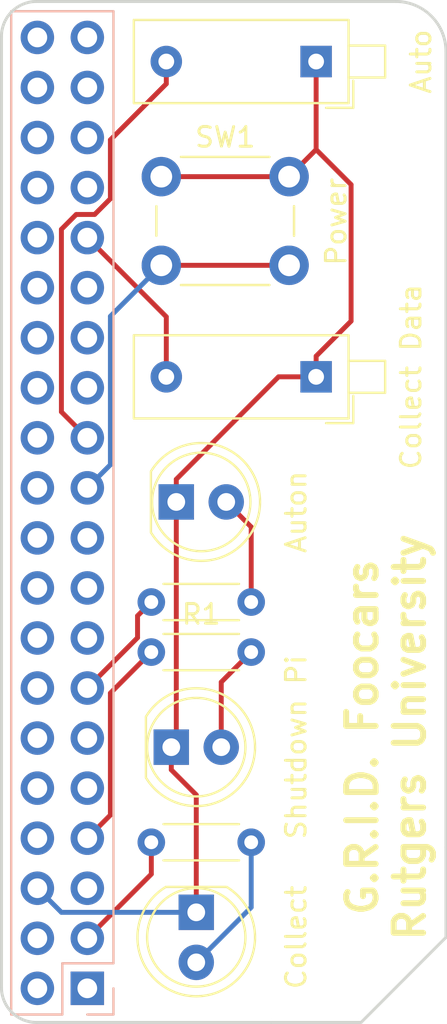
<source format=kicad_pcb>
(kicad_pcb (version 20171130) (host pcbnew "(5.0.2)-1")

  (general
    (thickness 1.6)
    (drawings 11)
    (tracks 50)
    (zones 0)
    (modules 11)
    (nets 44)
  )

  (page A4)
  (layers
    (0 F.Cu signal)
    (31 B.Cu signal)
    (32 B.Adhes user)
    (33 F.Adhes user)
    (34 B.Paste user)
    (35 F.Paste user)
    (36 B.SilkS user)
    (37 F.SilkS user)
    (38 B.Mask user)
    (39 F.Mask user)
    (40 Dwgs.User user)
    (41 Cmts.User user)
    (42 Eco1.User user)
    (43 Eco2.User user)
    (44 Edge.Cuts user)
    (45 Margin user)
    (46 B.CrtYd user)
    (47 F.CrtYd user)
    (48 B.Fab user)
    (49 F.Fab user)
  )

  (setup
    (last_trace_width 0.25)
    (trace_clearance 0.2)
    (zone_clearance 0.508)
    (zone_45_only no)
    (trace_min 0.2)
    (segment_width 0.2)
    (edge_width 0.15)
    (via_size 0.8)
    (via_drill 0.4)
    (via_min_size 0.4)
    (via_min_drill 0.3)
    (uvia_size 0.3)
    (uvia_drill 0.1)
    (uvias_allowed no)
    (uvia_min_size 0.2)
    (uvia_min_drill 0.1)
    (pcb_text_width 0.3)
    (pcb_text_size 1.5 1.5)
    (mod_edge_width 0.15)
    (mod_text_size 1 1)
    (mod_text_width 0.15)
    (pad_size 1.524 1.524)
    (pad_drill 0.762)
    (pad_to_mask_clearance 0.051)
    (solder_mask_min_width 0.25)
    (aux_axis_origin 0 0)
    (visible_elements 7FFFFFFF)
    (pcbplotparams
      (layerselection 0x010fc_ffffffff)
      (usegerberextensions false)
      (usegerberattributes false)
      (usegerberadvancedattributes false)
      (creategerberjobfile false)
      (excludeedgelayer true)
      (linewidth 0.100000)
      (plotframeref false)
      (viasonmask false)
      (mode 1)
      (useauxorigin false)
      (hpglpennumber 1)
      (hpglpenspeed 20)
      (hpglpendiameter 15.000000)
      (psnegative false)
      (psa4output false)
      (plotreference true)
      (plotvalue true)
      (plotinvisibletext false)
      (padsonsilk false)
      (subtractmaskfromsilk false)
      (outputformat 1)
      (mirror false)
      (drillshape 1)
      (scaleselection 1)
      (outputdirectory ""))
  )

  (net 0 "")
  (net 1 "Net-(D1-Pad2)")
  (net 2 "Net-(D1-Pad1)")
  (net 3 "Net-(D2-Pad2)")
  (net 4 "Net-(D3-Pad2)")
  (net 5 "Net-(J1-Pad1)")
  (net 6 "Net-(J1-Pad2)")
  (net 7 "Net-(J1-Pad3)")
  (net 8 "Net-(J1-Pad4)")
  (net 9 "Net-(J1-Pad7)")
  (net 10 "Net-(J1-Pad8)")
  (net 11 "Net-(J1-Pad9)")
  (net 12 "Net-(J1-Pad10)")
  (net 13 "Net-(J1-Pad11)")
  (net 14 "Net-(J1-Pad12)")
  (net 15 "Net-(J1-Pad13)")
  (net 16 "Net-(J1-Pad14)")
  (net 17 "Net-(J1-Pad15)")
  (net 18 "Net-(J1-Pad16)")
  (net 19 "Net-(J1-Pad17)")
  (net 20 "Net-(J1-Pad18)")
  (net 21 "Net-(J1-Pad19)")
  (net 22 "Net-(J1-Pad20)")
  (net 23 "Net-(J1-Pad21)")
  (net 24 "Net-(J1-Pad22)")
  (net 25 "Net-(J1-Pad23)")
  (net 26 "Net-(J1-Pad24)")
  (net 27 "Net-(J1-Pad25)")
  (net 28 "Net-(J1-Pad26)")
  (net 29 "Net-(J1-Pad27)")
  (net 30 "Net-(J1-Pad28)")
  (net 31 "Net-(J1-Pad29)")
  (net 32 "Net-(J1-Pad30)")
  (net 33 "Net-(J1-Pad31)")
  (net 34 "Net-(J1-Pad32)")
  (net 35 "Net-(J1-Pad33)")
  (net 36 "Net-(J1-Pad34)")
  (net 37 "Net-(J1-Pad35)")
  (net 38 "Net-(J1-Pad36)")
  (net 39 "Net-(J1-Pad37)")
  (net 40 "Net-(J1-Pad38)")
  (net 41 "Net-(J1-Pad39)")
  (net 42 "Net-(J1-Pad40)")
  (net 43 "Net-(J1-Pad5)")

  (net_class Default "This is the default net class."
    (clearance 0.2)
    (trace_width 0.25)
    (via_dia 0.8)
    (via_drill 0.4)
    (uvia_dia 0.3)
    (uvia_drill 0.1)
    (add_net "Net-(D1-Pad1)")
    (add_net "Net-(D1-Pad2)")
    (add_net "Net-(D2-Pad2)")
    (add_net "Net-(D3-Pad2)")
    (add_net "Net-(J1-Pad1)")
    (add_net "Net-(J1-Pad10)")
    (add_net "Net-(J1-Pad11)")
    (add_net "Net-(J1-Pad12)")
    (add_net "Net-(J1-Pad13)")
    (add_net "Net-(J1-Pad14)")
    (add_net "Net-(J1-Pad15)")
    (add_net "Net-(J1-Pad16)")
    (add_net "Net-(J1-Pad17)")
    (add_net "Net-(J1-Pad18)")
    (add_net "Net-(J1-Pad19)")
    (add_net "Net-(J1-Pad2)")
    (add_net "Net-(J1-Pad20)")
    (add_net "Net-(J1-Pad21)")
    (add_net "Net-(J1-Pad22)")
    (add_net "Net-(J1-Pad23)")
    (add_net "Net-(J1-Pad24)")
    (add_net "Net-(J1-Pad25)")
    (add_net "Net-(J1-Pad26)")
    (add_net "Net-(J1-Pad27)")
    (add_net "Net-(J1-Pad28)")
    (add_net "Net-(J1-Pad29)")
    (add_net "Net-(J1-Pad3)")
    (add_net "Net-(J1-Pad30)")
    (add_net "Net-(J1-Pad31)")
    (add_net "Net-(J1-Pad32)")
    (add_net "Net-(J1-Pad33)")
    (add_net "Net-(J1-Pad34)")
    (add_net "Net-(J1-Pad35)")
    (add_net "Net-(J1-Pad36)")
    (add_net "Net-(J1-Pad37)")
    (add_net "Net-(J1-Pad38)")
    (add_net "Net-(J1-Pad39)")
    (add_net "Net-(J1-Pad4)")
    (add_net "Net-(J1-Pad40)")
    (add_net "Net-(J1-Pad5)")
    (add_net "Net-(J1-Pad7)")
    (add_net "Net-(J1-Pad8)")
    (add_net "Net-(J1-Pad9)")
  )

  (module Connector_PinSocket_2.54mm:PinSocket_2x20_P2.54mm_Vertical (layer B.Cu) (tedit 5CFFC55A) (tstamp 5D0B2491)
    (at 127.555001 67.865001)
    (descr "Through hole straight socket strip, 2x20, 2.54mm pitch, double cols (from Kicad 4.0.7), script generated")
    (tags "Through hole socket strip THT 2x20 2.54mm double row")
    (path /5CFE8E03)
    (fp_text reference J1 (at -1.27 2.77) (layer B.SilkS) hide
      (effects (font (size 1 1) (thickness 0.15)) (justify mirror))
    )
    (fp_text value Conn_02x20_Odd_Even (at -1.27 -51.03) (layer B.Fab) hide
      (effects (font (size 1 1) (thickness 0.15)) (justify mirror))
    )
    (fp_line (start -3.81 1.27) (end 0.27 1.27) (layer B.Fab) (width 0.1))
    (fp_line (start 0.27 1.27) (end 1.27 0.27) (layer B.Fab) (width 0.1))
    (fp_line (start 1.27 0.27) (end 1.27 -49.53) (layer B.Fab) (width 0.1))
    (fp_line (start 1.27 -49.53) (end -3.81 -49.53) (layer B.Fab) (width 0.1))
    (fp_line (start -3.81 -49.53) (end -3.81 1.27) (layer B.Fab) (width 0.1))
    (fp_line (start -3.87 1.33) (end -1.27 1.33) (layer B.SilkS) (width 0.12))
    (fp_line (start -3.87 1.33) (end -3.87 -49.59) (layer B.SilkS) (width 0.12))
    (fp_line (start -3.87 -49.59) (end 1.33 -49.59) (layer B.SilkS) (width 0.12))
    (fp_line (start 1.33 -1.27) (end 1.33 -49.59) (layer B.SilkS) (width 0.12))
    (fp_line (start -1.27 -1.27) (end 1.33 -1.27) (layer B.SilkS) (width 0.12))
    (fp_line (start -1.27 1.33) (end -1.27 -1.27) (layer B.SilkS) (width 0.12))
    (fp_line (start 1.33 1.33) (end 1.33 0) (layer B.SilkS) (width 0.12))
    (fp_line (start 0 1.33) (end 1.33 1.33) (layer B.SilkS) (width 0.12))
    (fp_line (start -4.34 1.8) (end 1.76 1.8) (layer B.CrtYd) (width 0.05))
    (fp_line (start 1.76 1.8) (end 1.76 -50) (layer B.CrtYd) (width 0.05))
    (fp_line (start 1.76 -50) (end -4.34 -50) (layer B.CrtYd) (width 0.05))
    (fp_line (start -4.34 -50) (end -4.34 1.8) (layer B.CrtYd) (width 0.05))
    (fp_text user %R (at -1.27 -24.13 -90) (layer B.Fab)
      (effects (font (size 1 1) (thickness 0.15)) (justify mirror))
    )
    (pad 1 thru_hole rect (at 0 0) (size 1.7 1.7) (drill 1) (layers *.Cu *.Mask)
      (net 5 "Net-(J1-Pad1)"))
    (pad 2 thru_hole oval (at -2.54 0) (size 1.7 1.7) (drill 1) (layers *.Cu *.Mask)
      (net 6 "Net-(J1-Pad2)"))
    (pad 3 thru_hole oval (at 0 -2.54) (size 1.7 1.7) (drill 1) (layers *.Cu *.Mask)
      (net 7 "Net-(J1-Pad3)"))
    (pad 4 thru_hole oval (at -2.54 -2.54) (size 1.7 1.7) (drill 1) (layers *.Cu *.Mask)
      (net 8 "Net-(J1-Pad4)"))
    (pad 5 thru_hole oval (at 0 -5.08) (size 1.7 1.7) (drill 1) (layers *.Cu *.Mask)
      (net 43 "Net-(J1-Pad5)"))
    (pad 6 thru_hole oval (at -2.54 -5.08) (size 1.7 1.7) (drill 1) (layers *.Cu *.Mask)
      (net 2 "Net-(D1-Pad1)"))
    (pad 7 thru_hole oval (at 0 -7.62) (size 1.7 1.7) (drill 1) (layers *.Cu *.Mask)
      (net 9 "Net-(J1-Pad7)"))
    (pad 8 thru_hole oval (at -2.54 -7.62) (size 1.7 1.7) (drill 1) (layers *.Cu *.Mask)
      (net 10 "Net-(J1-Pad8)"))
    (pad 9 thru_hole oval (at 0 -10.16) (size 1.7 1.7) (drill 1) (layers *.Cu *.Mask)
      (net 11 "Net-(J1-Pad9)"))
    (pad 10 thru_hole oval (at -2.54 -10.16) (size 1.7 1.7) (drill 1) (layers *.Cu *.Mask)
      (net 12 "Net-(J1-Pad10)"))
    (pad 11 thru_hole oval (at 0 -12.7) (size 1.7 1.7) (drill 1) (layers *.Cu *.Mask)
      (net 13 "Net-(J1-Pad11)"))
    (pad 12 thru_hole oval (at -2.54 -12.7) (size 1.7 1.7) (drill 1) (layers *.Cu *.Mask)
      (net 14 "Net-(J1-Pad12)"))
    (pad 13 thru_hole oval (at 0 -15.24) (size 1.7 1.7) (drill 1) (layers *.Cu *.Mask)
      (net 15 "Net-(J1-Pad13)"))
    (pad 14 thru_hole oval (at -2.54 -15.24) (size 1.7 1.7) (drill 1) (layers *.Cu *.Mask)
      (net 16 "Net-(J1-Pad14)"))
    (pad 15 thru_hole oval (at 0 -17.78) (size 1.7 1.7) (drill 1) (layers *.Cu *.Mask)
      (net 17 "Net-(J1-Pad15)"))
    (pad 16 thru_hole oval (at -2.54 -17.78) (size 1.7 1.7) (drill 1) (layers *.Cu *.Mask)
      (net 18 "Net-(J1-Pad16)"))
    (pad 17 thru_hole oval (at 0 -20.32) (size 1.7 1.7) (drill 1) (layers *.Cu *.Mask)
      (net 19 "Net-(J1-Pad17)"))
    (pad 18 thru_hole oval (at -2.54 -20.32) (size 1.7 1.7) (drill 1) (layers *.Cu *.Mask)
      (net 20 "Net-(J1-Pad18)"))
    (pad 19 thru_hole oval (at 0 -22.86) (size 1.7 1.7) (drill 1) (layers *.Cu *.Mask)
      (net 21 "Net-(J1-Pad19)"))
    (pad 20 thru_hole oval (at -2.54 -22.86) (size 1.7 1.7) (drill 1) (layers *.Cu *.Mask)
      (net 22 "Net-(J1-Pad20)"))
    (pad 21 thru_hole oval (at 0 -25.4) (size 1.7 1.7) (drill 1) (layers *.Cu *.Mask)
      (net 23 "Net-(J1-Pad21)"))
    (pad 22 thru_hole oval (at -2.54 -25.4) (size 1.7 1.7) (drill 1) (layers *.Cu *.Mask)
      (net 24 "Net-(J1-Pad22)"))
    (pad 23 thru_hole oval (at 0 -27.94) (size 1.7 1.7) (drill 1) (layers *.Cu *.Mask)
      (net 25 "Net-(J1-Pad23)"))
    (pad 24 thru_hole oval (at -2.54 -27.94) (size 1.7 1.7) (drill 1) (layers *.Cu *.Mask)
      (net 26 "Net-(J1-Pad24)"))
    (pad 25 thru_hole oval (at 0 -30.48) (size 1.7 1.7) (drill 1) (layers *.Cu *.Mask)
      (net 27 "Net-(J1-Pad25)"))
    (pad 26 thru_hole oval (at -2.54 -30.48) (size 1.7 1.7) (drill 1) (layers *.Cu *.Mask)
      (net 28 "Net-(J1-Pad26)"))
    (pad 27 thru_hole oval (at 0 -33.02) (size 1.7 1.7) (drill 1) (layers *.Cu *.Mask)
      (net 29 "Net-(J1-Pad27)"))
    (pad 28 thru_hole oval (at -2.54 -33.02) (size 1.7 1.7) (drill 1) (layers *.Cu *.Mask)
      (net 30 "Net-(J1-Pad28)"))
    (pad 29 thru_hole oval (at 0 -35.56) (size 1.7 1.7) (drill 1) (layers *.Cu *.Mask)
      (net 31 "Net-(J1-Pad29)"))
    (pad 30 thru_hole oval (at -2.54 -35.56) (size 1.7 1.7) (drill 1) (layers *.Cu *.Mask)
      (net 32 "Net-(J1-Pad30)"))
    (pad 31 thru_hole oval (at 0 -38.1) (size 1.7 1.7) (drill 1) (layers *.Cu *.Mask)
      (net 33 "Net-(J1-Pad31)"))
    (pad 32 thru_hole oval (at -2.54 -38.1) (size 1.7 1.7) (drill 1) (layers *.Cu *.Mask)
      (net 34 "Net-(J1-Pad32)"))
    (pad 33 thru_hole oval (at 0 -40.64) (size 1.7 1.7) (drill 1) (layers *.Cu *.Mask)
      (net 35 "Net-(J1-Pad33)"))
    (pad 34 thru_hole oval (at -2.54 -40.64) (size 1.7 1.7) (drill 1) (layers *.Cu *.Mask)
      (net 36 "Net-(J1-Pad34)"))
    (pad 35 thru_hole oval (at 0 -43.18) (size 1.7 1.7) (drill 1) (layers *.Cu *.Mask)
      (net 37 "Net-(J1-Pad35)"))
    (pad 36 thru_hole oval (at -2.54 -43.18) (size 1.7 1.7) (drill 1) (layers *.Cu *.Mask)
      (net 38 "Net-(J1-Pad36)"))
    (pad 37 thru_hole oval (at 0 -45.72) (size 1.7 1.7) (drill 1) (layers *.Cu *.Mask)
      (net 39 "Net-(J1-Pad37)"))
    (pad 38 thru_hole oval (at -2.54 -45.72) (size 1.7 1.7) (drill 1) (layers *.Cu *.Mask)
      (net 40 "Net-(J1-Pad38)"))
    (pad 39 thru_hole oval (at 0 -48.26) (size 1.7 1.7) (drill 1) (layers *.Cu *.Mask)
      (net 41 "Net-(J1-Pad39)"))
    (pad 40 thru_hole oval (at -2.54 -48.26) (size 1.7 1.7) (drill 1) (layers *.Cu *.Mask)
      (net 42 "Net-(J1-Pad40)"))
    (model ${KISYS3DMOD}/Connector_PinSocket_2.54mm.3dshapes/PinSocket_2x20_P2.54mm_Vertical.wrl
      (at (xyz 0 0 0))
      (scale (xyz 1 1 1))
      (rotate (xyz 0 0 0))
    )
  )

  (module LED_THT:LED_D5.0mm (layer F.Cu) (tedit 5D015142) (tstamp 5D0B2453)
    (at 132.08 43.18)
    (descr "LED, diameter 5.0mm, 2 pins, http://cdn-reichelt.de/documents/datenblatt/A500/LL-504BC2E-009.pdf")
    (tags "LED diameter 5.0mm 2 pins")
    (path /5CFE9726)
    (fp_text reference Auton (at 6.096 0.508 90) (layer F.SilkS)
      (effects (font (size 1 1) (thickness 0.15)))
    )
    (fp_text value LED (at 1.27 3.96) (layer F.Fab) hide
      (effects (font (size 1 1) (thickness 0.15)))
    )
    (fp_arc (start 1.27 0) (end -1.23 -1.469694) (angle 299.1) (layer F.Fab) (width 0.1))
    (fp_arc (start 1.27 0) (end -1.29 -1.54483) (angle 148.9) (layer F.SilkS) (width 0.12))
    (fp_arc (start 1.27 0) (end -1.29 1.54483) (angle -148.9) (layer F.SilkS) (width 0.12))
    (fp_circle (center 1.27 0) (end 3.77 0) (layer F.Fab) (width 0.1))
    (fp_circle (center 1.27 0) (end 3.77 0) (layer F.SilkS) (width 0.12))
    (fp_line (start -1.23 -1.469694) (end -1.23 1.469694) (layer F.Fab) (width 0.1))
    (fp_line (start -1.29 -1.545) (end -1.29 1.545) (layer F.SilkS) (width 0.12))
    (fp_line (start -1.95 -3.25) (end -1.95 3.25) (layer F.CrtYd) (width 0.05))
    (fp_line (start -1.95 3.25) (end 4.5 3.25) (layer F.CrtYd) (width 0.05))
    (fp_line (start 4.5 3.25) (end 4.5 -3.25) (layer F.CrtYd) (width 0.05))
    (fp_line (start 4.5 -3.25) (end -1.95 -3.25) (layer F.CrtYd) (width 0.05))
    (fp_text user %R (at 1.25 0) (layer F.Fab)
      (effects (font (size 0.8 0.8) (thickness 0.2)))
    )
    (pad 1 thru_hole rect (at 0 0) (size 1.8 1.8) (drill 0.9) (layers *.Cu *.Mask)
      (net 2 "Net-(D1-Pad1)"))
    (pad 2 thru_hole circle (at 2.54 0) (size 1.8 1.8) (drill 0.9) (layers *.Cu *.Mask)
      (net 4 "Net-(D3-Pad2)"))
    (model ${KISYS3DMOD}/LED_THT.3dshapes/LED_D5.0mm.wrl
      (at (xyz 0 0 0))
      (scale (xyz 1 1 1))
      (rotate (xyz 0 0 0))
    )
  )

  (module LED_THT:LED_D5.0mm (layer F.Cu) (tedit 5D0150CD) (tstamp 5D0B242F)
    (at 131.826 55.626)
    (descr "LED, diameter 5.0mm, 2 pins, http://cdn-reichelt.de/documents/datenblatt/A500/LL-504BC2E-009.pdf")
    (tags "LED diameter 5.0mm 2 pins")
    (path /5CFE96AC)
    (fp_text reference "Shutdown Pi" (at 6.35 0 90) (layer F.SilkS)
      (effects (font (size 1 1) (thickness 0.15)))
    )
    (fp_text value LED (at 1.27 3.96) (layer F.Fab) hide
      (effects (font (size 1 1) (thickness 0.15)))
    )
    (fp_text user %R (at 1.25 0) (layer F.Fab)
      (effects (font (size 0.8 0.8) (thickness 0.2)))
    )
    (fp_line (start 4.5 -3.25) (end -1.95 -3.25) (layer F.CrtYd) (width 0.05))
    (fp_line (start 4.5 3.25) (end 4.5 -3.25) (layer F.CrtYd) (width 0.05))
    (fp_line (start -1.95 3.25) (end 4.5 3.25) (layer F.CrtYd) (width 0.05))
    (fp_line (start -1.95 -3.25) (end -1.95 3.25) (layer F.CrtYd) (width 0.05))
    (fp_line (start -1.29 -1.545) (end -1.29 1.545) (layer F.SilkS) (width 0.12))
    (fp_line (start -1.23 -1.469694) (end -1.23 1.469694) (layer F.Fab) (width 0.1))
    (fp_circle (center 1.27 0) (end 3.77 0) (layer F.SilkS) (width 0.12))
    (fp_circle (center 1.27 0) (end 3.77 0) (layer F.Fab) (width 0.1))
    (fp_arc (start 1.27 0) (end -1.29 1.54483) (angle -148.9) (layer F.SilkS) (width 0.12))
    (fp_arc (start 1.27 0) (end -1.29 -1.54483) (angle 148.9) (layer F.SilkS) (width 0.12))
    (fp_arc (start 1.27 0) (end -1.23 -1.469694) (angle 299.1) (layer F.Fab) (width 0.1))
    (pad 2 thru_hole circle (at 2.54 0) (size 1.8 1.8) (drill 0.9) (layers *.Cu *.Mask)
      (net 1 "Net-(D1-Pad2)"))
    (pad 1 thru_hole rect (at 0 0) (size 1.8 1.8) (drill 0.9) (layers *.Cu *.Mask)
      (net 2 "Net-(D1-Pad1)"))
    (model ${KISYS3DMOD}/LED_THT.3dshapes/LED_D5.0mm.wrl
      (at (xyz 0 0 0))
      (scale (xyz 1 1 1))
      (rotate (xyz 0 0 0))
    )
  )

  (module LED_THT:LED_D5.0mm (layer F.Cu) (tedit 5D015061) (tstamp 5D0B2441)
    (at 133.096 64.008 270)
    (descr "LED, diameter 5.0mm, 2 pins, http://cdn-reichelt.de/documents/datenblatt/A500/LL-504BC2E-009.pdf")
    (tags "LED diameter 5.0mm 2 pins")
    (path /5CFE9416)
    (fp_text reference Collect (at 1.27 -5.08 270) (layer F.SilkS)
      (effects (font (size 1 1) (thickness 0.15)))
    )
    (fp_text value LED (at 1.27 3.96 270) (layer F.Fab) hide
      (effects (font (size 1 1) (thickness 0.15)))
    )
    (fp_arc (start 1.27 0) (end -1.23 -1.469694) (angle 299.1) (layer F.Fab) (width 0.1))
    (fp_arc (start 1.27 0) (end -1.29 -1.54483) (angle 148.9) (layer F.SilkS) (width 0.12))
    (fp_arc (start 1.27 0) (end -1.29 1.54483) (angle -148.9) (layer F.SilkS) (width 0.12))
    (fp_circle (center 1.27 0) (end 3.77 0) (layer F.Fab) (width 0.1))
    (fp_circle (center 1.27 0) (end 3.77 0) (layer F.SilkS) (width 0.12))
    (fp_line (start -1.23 -1.469694) (end -1.23 1.469694) (layer F.Fab) (width 0.1))
    (fp_line (start -1.29 -1.545) (end -1.29 1.545) (layer F.SilkS) (width 0.12))
    (fp_line (start -1.95 -3.25) (end -1.95 3.25) (layer F.CrtYd) (width 0.05))
    (fp_line (start -1.95 3.25) (end 4.5 3.25) (layer F.CrtYd) (width 0.05))
    (fp_line (start 4.5 3.25) (end 4.5 -3.25) (layer F.CrtYd) (width 0.05))
    (fp_line (start 4.5 -3.25) (end -1.95 -3.25) (layer F.CrtYd) (width 0.05))
    (fp_text user %R (at 1.25 0 270) (layer F.Fab)
      (effects (font (size 0.8 0.8) (thickness 0.2)))
    )
    (pad 1 thru_hole rect (at 0 0 270) (size 1.8 1.8) (drill 0.9) (layers *.Cu *.Mask)
      (net 2 "Net-(D1-Pad1)"))
    (pad 2 thru_hole circle (at 2.54 0 270) (size 1.8 1.8) (drill 0.9) (layers *.Cu *.Mask)
      (net 3 "Net-(D2-Pad2)"))
    (model ${KISYS3DMOD}/LED_THT.3dshapes/LED_D5.0mm.wrl
      (at (xyz 0 0 0))
      (scale (xyz 1 1 1))
      (rotate (xyz 0 0 0))
    )
  )

  (module Resistor_THT:R_Axial_DIN0204_L3.6mm_D1.6mm_P5.08mm_Horizontal (layer F.Cu) (tedit 5AE5139B) (tstamp 5D0B24A4)
    (at 130.81 50.8)
    (descr "Resistor, Axial_DIN0204 series, Axial, Horizontal, pin pitch=5.08mm, 0.167W, length*diameter=3.6*1.6mm^2, http://cdn-reichelt.de/documents/datenblatt/B400/1_4W%23YAG.pdf")
    (tags "Resistor Axial_DIN0204 series Axial Horizontal pin pitch 5.08mm 0.167W length 3.6mm diameter 1.6mm")
    (path /5CFE96B3)
    (fp_text reference R1 (at 2.54 -1.92) (layer F.SilkS)
      (effects (font (size 1 1) (thickness 0.15)))
    )
    (fp_text value R (at 2.54 1.92) (layer F.Fab)
      (effects (font (size 1 1) (thickness 0.15)))
    )
    (fp_text user %R (at 2.54 0) (layer F.Fab)
      (effects (font (size 0.72 0.72) (thickness 0.108)))
    )
    (fp_line (start 6.03 -1.05) (end -0.95 -1.05) (layer F.CrtYd) (width 0.05))
    (fp_line (start 6.03 1.05) (end 6.03 -1.05) (layer F.CrtYd) (width 0.05))
    (fp_line (start -0.95 1.05) (end 6.03 1.05) (layer F.CrtYd) (width 0.05))
    (fp_line (start -0.95 -1.05) (end -0.95 1.05) (layer F.CrtYd) (width 0.05))
    (fp_line (start 0.62 0.92) (end 4.46 0.92) (layer F.SilkS) (width 0.12))
    (fp_line (start 0.62 -0.92) (end 4.46 -0.92) (layer F.SilkS) (width 0.12))
    (fp_line (start 5.08 0) (end 4.34 0) (layer F.Fab) (width 0.1))
    (fp_line (start 0 0) (end 0.74 0) (layer F.Fab) (width 0.1))
    (fp_line (start 4.34 -0.8) (end 0.74 -0.8) (layer F.Fab) (width 0.1))
    (fp_line (start 4.34 0.8) (end 4.34 -0.8) (layer F.Fab) (width 0.1))
    (fp_line (start 0.74 0.8) (end 4.34 0.8) (layer F.Fab) (width 0.1))
    (fp_line (start 0.74 -0.8) (end 0.74 0.8) (layer F.Fab) (width 0.1))
    (pad 2 thru_hole oval (at 5.08 0) (size 1.4 1.4) (drill 0.7) (layers *.Cu *.Mask)
      (net 1 "Net-(D1-Pad2)"))
    (pad 1 thru_hole circle (at 0 0) (size 1.4 1.4) (drill 0.7) (layers *.Cu *.Mask)
      (net 9 "Net-(J1-Pad7)"))
    (model ${KISYS3DMOD}/Resistor_THT.3dshapes/R_Axial_DIN0204_L3.6mm_D1.6mm_P5.08mm_Horizontal.wrl
      (at (xyz 0 0 0))
      (scale (xyz 1 1 1))
      (rotate (xyz 0 0 0))
    )
  )

  (module Resistor_THT:R_Axial_DIN0204_L3.6mm_D1.6mm_P5.08mm_Horizontal (layer F.Cu) (tedit 5D015067) (tstamp 5D0B24B7)
    (at 130.81 60.452)
    (descr "Resistor, Axial_DIN0204 series, Axial, Horizontal, pin pitch=5.08mm, 0.167W, length*diameter=3.6*1.6mm^2, http://cdn-reichelt.de/documents/datenblatt/B400/1_4W%23YAG.pdf")
    (tags "Resistor Axial_DIN0204 series Axial Horizontal pin pitch 5.08mm 0.167W length 3.6mm diameter 1.6mm")
    (path /5CFE948D)
    (fp_text reference R2 (at 2.54 -1.92) (layer F.SilkS) hide
      (effects (font (size 1 1) (thickness 0.15)))
    )
    (fp_text value R (at 2.54 1.92) (layer F.Fab)
      (effects (font (size 1 1) (thickness 0.15)))
    )
    (fp_line (start 0.74 -0.8) (end 0.74 0.8) (layer F.Fab) (width 0.1))
    (fp_line (start 0.74 0.8) (end 4.34 0.8) (layer F.Fab) (width 0.1))
    (fp_line (start 4.34 0.8) (end 4.34 -0.8) (layer F.Fab) (width 0.1))
    (fp_line (start 4.34 -0.8) (end 0.74 -0.8) (layer F.Fab) (width 0.1))
    (fp_line (start 0 0) (end 0.74 0) (layer F.Fab) (width 0.1))
    (fp_line (start 5.08 0) (end 4.34 0) (layer F.Fab) (width 0.1))
    (fp_line (start 0.62 -0.92) (end 4.46 -0.92) (layer F.SilkS) (width 0.12))
    (fp_line (start 0.62 0.92) (end 4.46 0.92) (layer F.SilkS) (width 0.12))
    (fp_line (start -0.95 -1.05) (end -0.95 1.05) (layer F.CrtYd) (width 0.05))
    (fp_line (start -0.95 1.05) (end 6.03 1.05) (layer F.CrtYd) (width 0.05))
    (fp_line (start 6.03 1.05) (end 6.03 -1.05) (layer F.CrtYd) (width 0.05))
    (fp_line (start 6.03 -1.05) (end -0.95 -1.05) (layer F.CrtYd) (width 0.05))
    (fp_text user %R (at 2.54 0) (layer F.Fab)
      (effects (font (size 0.72 0.72) (thickness 0.108)))
    )
    (pad 1 thru_hole circle (at 0 0) (size 1.4 1.4) (drill 0.7) (layers *.Cu *.Mask)
      (net 7 "Net-(J1-Pad3)"))
    (pad 2 thru_hole oval (at 5.08 0) (size 1.4 1.4) (drill 0.7) (layers *.Cu *.Mask)
      (net 3 "Net-(D2-Pad2)"))
    (model ${KISYS3DMOD}/Resistor_THT.3dshapes/R_Axial_DIN0204_L3.6mm_D1.6mm_P5.08mm_Horizontal.wrl
      (at (xyz 0 0 0))
      (scale (xyz 1 1 1))
      (rotate (xyz 0 0 0))
    )
  )

  (module Resistor_THT:R_Axial_DIN0204_L3.6mm_D1.6mm_P5.08mm_Horizontal (layer F.Cu) (tedit 5D0150F0) (tstamp 5D0B24CA)
    (at 130.81 48.26)
    (descr "Resistor, Axial_DIN0204 series, Axial, Horizontal, pin pitch=5.08mm, 0.167W, length*diameter=3.6*1.6mm^2, http://cdn-reichelt.de/documents/datenblatt/B400/1_4W%23YAG.pdf")
    (tags "Resistor Axial_DIN0204 series Axial Horizontal pin pitch 5.08mm 0.167W length 3.6mm diameter 1.6mm")
    (path /5CFE972D)
    (fp_text reference R3 (at 10.668 -2.286) (layer F.SilkS) hide
      (effects (font (size 1 1) (thickness 0.15)))
    )
    (fp_text value R (at 8.89 1.778) (layer F.Fab) hide
      (effects (font (size 1 1) (thickness 0.15)))
    )
    (fp_line (start 0.74 -0.8) (end 0.74 0.8) (layer F.Fab) (width 0.1))
    (fp_line (start 0.74 0.8) (end 4.34 0.8) (layer F.Fab) (width 0.1))
    (fp_line (start 4.34 0.8) (end 4.34 -0.8) (layer F.Fab) (width 0.1))
    (fp_line (start 4.34 -0.8) (end 0.74 -0.8) (layer F.Fab) (width 0.1))
    (fp_line (start 0 0) (end 0.74 0) (layer F.Fab) (width 0.1))
    (fp_line (start 5.08 0) (end 4.34 0) (layer F.Fab) (width 0.1))
    (fp_line (start 0.62 -0.92) (end 4.46 -0.92) (layer F.SilkS) (width 0.12))
    (fp_line (start 0.62 0.92) (end 4.46 0.92) (layer F.SilkS) (width 0.12))
    (fp_line (start -0.95 -1.05) (end -0.95 1.05) (layer F.CrtYd) (width 0.05))
    (fp_line (start -0.95 1.05) (end 6.03 1.05) (layer F.CrtYd) (width 0.05))
    (fp_line (start 6.03 1.05) (end 6.03 -1.05) (layer F.CrtYd) (width 0.05))
    (fp_line (start 6.03 -1.05) (end -0.95 -1.05) (layer F.CrtYd) (width 0.05))
    (fp_text user %R (at 2.54 0) (layer F.Fab)
      (effects (font (size 0.72 0.72) (thickness 0.108)))
    )
    (pad 1 thru_hole circle (at 0 0) (size 1.4 1.4) (drill 0.7) (layers *.Cu *.Mask)
      (net 15 "Net-(J1-Pad13)"))
    (pad 2 thru_hole oval (at 5.08 0) (size 1.4 1.4) (drill 0.7) (layers *.Cu *.Mask)
      (net 4 "Net-(D3-Pad2)"))
    (model ${KISYS3DMOD}/Resistor_THT.3dshapes/R_Axial_DIN0204_L3.6mm_D1.6mm_P5.08mm_Horizontal.wrl
      (at (xyz 0 0 0))
      (scale (xyz 1 1 1))
      (rotate (xyz 0 0 0))
    )
  )

  (module Button_Switch_THT:SW_PUSH_6mm (layer F.Cu) (tedit 5D015BD8) (tstamp 5D0C5AD4)
    (at 131.318 26.67)
    (descr https://www.omron.com/ecb/products/pdf/en-b3f.pdf)
    (tags "tact sw push 6mm")
    (path /5CFEA24A)
    (fp_text reference Power (at 8.89 2.286 90) (layer F.SilkS)
      (effects (font (size 1 1) (thickness 0.15)))
    )
    (fp_text value SW_Push (at 21.844 5.842) (layer F.Fab) hide
      (effects (font (size 1 1) (thickness 0.15)))
    )
    (fp_text user %R (at 3.25 2.25) (layer F.Fab)
      (effects (font (size 1 1) (thickness 0.15)))
    )
    (fp_line (start 3.25 -0.75) (end 6.25 -0.75) (layer F.Fab) (width 0.1))
    (fp_line (start 6.25 -0.75) (end 6.25 5.25) (layer F.Fab) (width 0.1))
    (fp_line (start 6.25 5.25) (end 0.25 5.25) (layer F.Fab) (width 0.1))
    (fp_line (start 0.25 5.25) (end 0.25 -0.75) (layer F.Fab) (width 0.1))
    (fp_line (start 0.25 -0.75) (end 3.25 -0.75) (layer F.Fab) (width 0.1))
    (fp_line (start 7.75 6) (end 8 6) (layer F.CrtYd) (width 0.05))
    (fp_line (start 8 6) (end 8 5.75) (layer F.CrtYd) (width 0.05))
    (fp_line (start 7.75 -1.5) (end 8 -1.5) (layer F.CrtYd) (width 0.05))
    (fp_line (start 8 -1.5) (end 8 -1.25) (layer F.CrtYd) (width 0.05))
    (fp_line (start -1.5 -1.25) (end -1.5 -1.5) (layer F.CrtYd) (width 0.05))
    (fp_line (start -1.5 -1.5) (end -1.25 -1.5) (layer F.CrtYd) (width 0.05))
    (fp_line (start -1.5 5.75) (end -1.5 6) (layer F.CrtYd) (width 0.05))
    (fp_line (start -1.5 6) (end -1.25 6) (layer F.CrtYd) (width 0.05))
    (fp_line (start -1.25 -1.5) (end 7.75 -1.5) (layer F.CrtYd) (width 0.05))
    (fp_line (start -1.5 5.75) (end -1.5 -1.25) (layer F.CrtYd) (width 0.05))
    (fp_line (start 7.75 6) (end -1.25 6) (layer F.CrtYd) (width 0.05))
    (fp_line (start 8 -1.25) (end 8 5.75) (layer F.CrtYd) (width 0.05))
    (fp_line (start 1 5.5) (end 5.5 5.5) (layer F.SilkS) (width 0.12))
    (fp_line (start -0.25 1.5) (end -0.25 3) (layer F.SilkS) (width 0.12))
    (fp_line (start 5.5 -1) (end 1 -1) (layer F.SilkS) (width 0.12))
    (fp_line (start 6.75 3) (end 6.75 1.5) (layer F.SilkS) (width 0.12))
    (fp_circle (center 3.25 2.25) (end 1.25 2.5) (layer F.Fab) (width 0.1))
    (pad 2 thru_hole circle (at 0 4.5 90) (size 2 2) (drill 1.1) (layers *.Cu *.Mask)
      (net 23 "Net-(J1-Pad21)"))
    (pad 1 thru_hole circle (at 0 0 90) (size 2 2) (drill 1.1) (layers *.Cu *.Mask)
      (net 2 "Net-(D1-Pad1)"))
    (pad 2 thru_hole circle (at 6.5 4.5 90) (size 2 2) (drill 1.1) (layers *.Cu *.Mask)
      (net 23 "Net-(J1-Pad21)"))
    (pad 1 thru_hole circle (at 6.5 0 90) (size 2 2) (drill 1.1) (layers *.Cu *.Mask)
      (net 2 "Net-(D1-Pad1)"))
    (model ${KISYS3DMOD}/Button_Switch_THT.3dshapes/SW_PUSH_6mm.wrl
      (at (xyz 0 0 0))
      (scale (xyz 1 1 1))
      (rotate (xyz 0 0 0))
    )
  )

  (module Button_Switch_THT:SW_DIP_SPSTx01_Piano_10.8x4.1mm_W7.62mm_P2.54mm (layer F.Cu) (tedit 5D015200) (tstamp 5D0C5AF2)
    (at 139.192 20.828 180)
    (descr "1x-dip-switch SPST , Piano, row spacing 7.62 mm (300 mils), body size 10.8x4.1mm")
    (tags "DIP Switch SPST Piano 7.62mm 300mil")
    (path /5CFEA8BF)
    (fp_text reference Auto (at -5.334 0 90) (layer F.SilkS)
      (effects (font (size 1 1) (thickness 0.15)))
    )
    (fp_text value SW_DIP_x01 (at -14.224 -9.144 180) (layer F.Fab) hide
      (effects (font (size 1 1) (thickness 0.15)))
    )
    (fp_line (start -0.59 -2.05) (end 9.21 -2.05) (layer F.Fab) (width 0.1))
    (fp_line (start 9.21 -2.05) (end 9.21 2.05) (layer F.Fab) (width 0.1))
    (fp_line (start 9.21 2.05) (end -1.59 2.05) (layer F.Fab) (width 0.1))
    (fp_line (start -1.59 2.05) (end -1.59 -1.05) (layer F.Fab) (width 0.1))
    (fp_line (start -1.59 -1.05) (end -0.59 -2.05) (layer F.Fab) (width 0.1))
    (fp_line (start -1.59 -0.75) (end -1.59 0.75) (layer F.Fab) (width 0.1))
    (fp_line (start -1.59 0.75) (end -3.39 0.75) (layer F.Fab) (width 0.1))
    (fp_line (start -3.39 0.75) (end -3.39 -0.75) (layer F.Fab) (width 0.1))
    (fp_line (start -3.39 -0.75) (end -1.59 -0.75) (layer F.Fab) (width 0.1))
    (fp_line (start -1.65 -2.11) (end 9.27 -2.11) (layer F.SilkS) (width 0.12))
    (fp_line (start -1.65 2.11) (end 9.27 2.11) (layer F.SilkS) (width 0.12))
    (fp_line (start -1.65 -2.11) (end -1.65 2.11) (layer F.SilkS) (width 0.12))
    (fp_line (start 9.27 -2.11) (end 9.27 2.11) (layer F.SilkS) (width 0.12))
    (fp_line (start -1.89 -2.35) (end -0.507 -2.35) (layer F.SilkS) (width 0.12))
    (fp_line (start -1.89 -2.35) (end -1.89 -0.967) (layer F.SilkS) (width 0.12))
    (fp_line (start -3.51 -0.81) (end -1.65 -0.81) (layer F.SilkS) (width 0.12))
    (fp_line (start -3.51 0.81) (end -1.65 0.81) (layer F.SilkS) (width 0.12))
    (fp_line (start -3.51 -0.81) (end -3.51 0.81) (layer F.SilkS) (width 0.12))
    (fp_line (start -1.65 -0.81) (end -1.65 0.81) (layer F.SilkS) (width 0.12))
    (fp_line (start -3.65 -2.4) (end -3.65 2.4) (layer F.CrtYd) (width 0.05))
    (fp_line (start -3.65 2.4) (end 9.5 2.4) (layer F.CrtYd) (width 0.05))
    (fp_line (start 9.5 2.4) (end 9.5 -2.4) (layer F.CrtYd) (width 0.05))
    (fp_line (start 9.5 -2.4) (end -3.65 -2.4) (layer F.CrtYd) (width 0.05))
    (fp_text user %R (at 3.81 0 180) (layer F.Fab)
      (effects (font (size 0.6 0.6) (thickness 0.09)))
    )
    (pad 1 thru_hole rect (at 0 0 180) (size 1.6 1.6) (drill 0.8) (layers *.Cu *.Mask)
      (net 2 "Net-(D1-Pad1)"))
    (pad 2 thru_hole oval (at 7.62 0 180) (size 1.6 1.6) (drill 0.8) (layers *.Cu *.Mask)
      (net 25 "Net-(J1-Pad23)"))
    (model ${KISYS3DMOD}/Button_Switch_THT.3dshapes/SW_DIP_SPSTx01_Piano_10.8x4.1mm_W7.62mm_P2.54mm.wrl
      (at (xyz 0 0 0))
      (scale (xyz 1 1 1))
      (rotate (xyz 0 0 90))
    )
  )

  (module Button_Switch_THT:SW_DIP_SPSTx01_Piano_10.8x4.1mm_W7.62mm_P2.54mm (layer F.Cu) (tedit 5D01521B) (tstamp 5D0C5B10)
    (at 139.192 36.83 180)
    (descr "1x-dip-switch SPST , Piano, row spacing 7.62 mm (300 mils), body size 10.8x4.1mm")
    (tags "DIP Switch SPST Piano 7.62mm 300mil")
    (path /5CFEAFC5)
    (fp_text reference "Collect Data" (at -4.826 0 270) (layer F.SilkS)
      (effects (font (size 1 1) (thickness 0.15)))
    )
    (fp_text value SW_DIP_x01 (at -14.478 0.508 180) (layer F.Fab) hide
      (effects (font (size 1 1) (thickness 0.15)))
    )
    (fp_text user %R (at 3.81 0 180) (layer F.Fab)
      (effects (font (size 0.6 0.6) (thickness 0.09)))
    )
    (fp_line (start 9.5 -2.4) (end -3.65 -2.4) (layer F.CrtYd) (width 0.05))
    (fp_line (start 9.5 2.4) (end 9.5 -2.4) (layer F.CrtYd) (width 0.05))
    (fp_line (start -3.65 2.4) (end 9.5 2.4) (layer F.CrtYd) (width 0.05))
    (fp_line (start -3.65 -2.4) (end -3.65 2.4) (layer F.CrtYd) (width 0.05))
    (fp_line (start -1.65 -0.81) (end -1.65 0.81) (layer F.SilkS) (width 0.12))
    (fp_line (start -3.51 -0.81) (end -3.51 0.81) (layer F.SilkS) (width 0.12))
    (fp_line (start -3.51 0.81) (end -1.65 0.81) (layer F.SilkS) (width 0.12))
    (fp_line (start -3.51 -0.81) (end -1.65 -0.81) (layer F.SilkS) (width 0.12))
    (fp_line (start -1.89 -2.35) (end -1.89 -0.967) (layer F.SilkS) (width 0.12))
    (fp_line (start -1.89 -2.35) (end -0.507 -2.35) (layer F.SilkS) (width 0.12))
    (fp_line (start 9.27 -2.11) (end 9.27 2.11) (layer F.SilkS) (width 0.12))
    (fp_line (start -1.65 -2.11) (end -1.65 2.11) (layer F.SilkS) (width 0.12))
    (fp_line (start -1.65 2.11) (end 9.27 2.11) (layer F.SilkS) (width 0.12))
    (fp_line (start -1.65 -2.11) (end 9.27 -2.11) (layer F.SilkS) (width 0.12))
    (fp_line (start -3.39 -0.75) (end -1.59 -0.75) (layer F.Fab) (width 0.1))
    (fp_line (start -3.39 0.75) (end -3.39 -0.75) (layer F.Fab) (width 0.1))
    (fp_line (start -1.59 0.75) (end -3.39 0.75) (layer F.Fab) (width 0.1))
    (fp_line (start -1.59 -0.75) (end -1.59 0.75) (layer F.Fab) (width 0.1))
    (fp_line (start -1.59 -1.05) (end -0.59 -2.05) (layer F.Fab) (width 0.1))
    (fp_line (start -1.59 2.05) (end -1.59 -1.05) (layer F.Fab) (width 0.1))
    (fp_line (start 9.21 2.05) (end -1.59 2.05) (layer F.Fab) (width 0.1))
    (fp_line (start 9.21 -2.05) (end 9.21 2.05) (layer F.Fab) (width 0.1))
    (fp_line (start -0.59 -2.05) (end 9.21 -2.05) (layer F.Fab) (width 0.1))
    (pad 2 thru_hole oval (at 7.62 0 180) (size 1.6 1.6) (drill 0.8) (layers *.Cu *.Mask)
      (net 33 "Net-(J1-Pad31)"))
    (pad 1 thru_hole rect (at 0 0 180) (size 1.6 1.6) (drill 0.8) (layers *.Cu *.Mask)
      (net 2 "Net-(D1-Pad1)"))
    (model ${KISYS3DMOD}/Button_Switch_THT.3dshapes/SW_DIP_SPSTx01_Piano_10.8x4.1mm_W7.62mm_P2.54mm.wrl
      (at (xyz 0 0 0))
      (scale (xyz 1 1 1))
      (rotate (xyz 0 0 90))
    )
  )

  (module Button_Switch_THT:SW_PUSH_6mm (layer F.Cu) (tedit 5A02FE31) (tstamp 5D011743)
    (at 131.318 26.67)
    (descr https://www.omron.com/ecb/products/pdf/en-b3f.pdf)
    (tags "tact sw push 6mm")
    (path /5CFEA24A)
    (fp_text reference SW1 (at 3.25 -2) (layer F.SilkS)
      (effects (font (size 1 1) (thickness 0.15)))
    )
    (fp_text value SW_Push (at 3.75 6.7) (layer F.Fab)
      (effects (font (size 1 1) (thickness 0.15)))
    )
    (fp_text user %R (at 3.25 2.25) (layer F.Fab)
      (effects (font (size 1 1) (thickness 0.15)))
    )
    (fp_line (start 3.25 -0.75) (end 6.25 -0.75) (layer F.Fab) (width 0.1))
    (fp_line (start 6.25 -0.75) (end 6.25 5.25) (layer F.Fab) (width 0.1))
    (fp_line (start 6.25 5.25) (end 0.25 5.25) (layer F.Fab) (width 0.1))
    (fp_line (start 0.25 5.25) (end 0.25 -0.75) (layer F.Fab) (width 0.1))
    (fp_line (start 0.25 -0.75) (end 3.25 -0.75) (layer F.Fab) (width 0.1))
    (fp_line (start 7.75 6) (end 8 6) (layer F.CrtYd) (width 0.05))
    (fp_line (start 8 6) (end 8 5.75) (layer F.CrtYd) (width 0.05))
    (fp_line (start 7.75 -1.5) (end 8 -1.5) (layer F.CrtYd) (width 0.05))
    (fp_line (start 8 -1.5) (end 8 -1.25) (layer F.CrtYd) (width 0.05))
    (fp_line (start -1.5 -1.25) (end -1.5 -1.5) (layer F.CrtYd) (width 0.05))
    (fp_line (start -1.5 -1.5) (end -1.25 -1.5) (layer F.CrtYd) (width 0.05))
    (fp_line (start -1.5 5.75) (end -1.5 6) (layer F.CrtYd) (width 0.05))
    (fp_line (start -1.5 6) (end -1.25 6) (layer F.CrtYd) (width 0.05))
    (fp_line (start -1.25 -1.5) (end 7.75 -1.5) (layer F.CrtYd) (width 0.05))
    (fp_line (start -1.5 5.75) (end -1.5 -1.25) (layer F.CrtYd) (width 0.05))
    (fp_line (start 7.75 6) (end -1.25 6) (layer F.CrtYd) (width 0.05))
    (fp_line (start 8 -1.25) (end 8 5.75) (layer F.CrtYd) (width 0.05))
    (fp_line (start 1 5.5) (end 5.5 5.5) (layer F.SilkS) (width 0.12))
    (fp_line (start -0.25 1.5) (end -0.25 3) (layer F.SilkS) (width 0.12))
    (fp_line (start 5.5 -1) (end 1 -1) (layer F.SilkS) (width 0.12))
    (fp_line (start 6.75 3) (end 6.75 1.5) (layer F.SilkS) (width 0.12))
    (fp_circle (center 3.25 2.25) (end 1.25 2.5) (layer F.Fab) (width 0.1))
    (pad 2 thru_hole circle (at 0 4.5 90) (size 2 2) (drill 1.1) (layers *.Cu *.Mask)
      (net 23 "Net-(J1-Pad21)"))
    (pad 1 thru_hole circle (at 0 0 90) (size 2 2) (drill 1.1) (layers *.Cu *.Mask)
      (net 2 "Net-(D1-Pad1)"))
    (pad 2 thru_hole circle (at 6.5 4.5 90) (size 2 2) (drill 1.1) (layers *.Cu *.Mask)
      (net 23 "Net-(J1-Pad21)"))
    (pad 1 thru_hole circle (at 6.5 0 90) (size 2 2) (drill 1.1) (layers *.Cu *.Mask)
      (net 2 "Net-(D1-Pad1)"))
    (model ${KISYS3DMOD}/Button_Switch_THT.3dshapes/SW_PUSH_6mm.wrl
      (at (xyz 0 0 0))
      (scale (xyz 1 1 1))
      (rotate (xyz 0 0 0))
    )
  )

  (gr_text "G.R.I.D. Foocars\nRutgers University\n" (at 142.748 55.118 90) (layer F.SilkS)
    (effects (font (size 1.5 1.5) (thickness 0.3)))
  )
  (gr_line (start 141.478 69.596) (end 136.906 69.596) (layer Edge.Cuts) (width 0.15))
  (gr_line (start 145.796 65.278) (end 141.478 69.596) (layer Edge.Cuts) (width 0.15))
  (gr_line (start 145.796 60.706) (end 145.796 65.278) (layer Edge.Cuts) (width 0.15))
  (gr_line (start 145.796 20.32) (end 145.796 60.706) (layer Edge.Cuts) (width 0.15))
  (gr_arc (start 143.256 20.32) (end 145.796 20.32) (angle -90) (layer Edge.Cuts) (width 0.15))
  (gr_line (start 124.968 17.78) (end 143.256 17.78) (layer Edge.Cuts) (width 0.15))
  (gr_line (start 123.19 67.818) (end 123.19 19.558) (layer Edge.Cuts) (width 0.15))
  (gr_line (start 124.968 69.596) (end 136.906 69.596) (layer Edge.Cuts) (width 0.15))
  (gr_arc (start 124.968 67.818) (end 123.19 67.818) (angle -90) (layer Edge.Cuts) (width 0.15))
  (gr_arc (start 124.968 19.558) (end 124.968 17.78) (angle -90) (layer Edge.Cuts) (width 0.15))

  (segment (start 134.366 52.324) (end 134.366 55.626) (width 0.25) (layer F.Cu) (net 1))
  (segment (start 135.89 50.8) (end 134.366 52.324) (width 0.25) (layer F.Cu) (net 1))
  (segment (start 139.192 25.296) (end 137.818 26.67) (width 0.25) (layer F.Cu) (net 2))
  (segment (start 139.192 20.828) (end 139.192 25.296) (width 0.25) (layer F.Cu) (net 2))
  (segment (start 132.08 42.03) (end 132.08 43.18) (width 0.25) (layer F.Cu) (net 2))
  (segment (start 137.28 36.83) (end 132.08 42.03) (width 0.25) (layer F.Cu) (net 2))
  (segment (start 139.192 36.83) (end 137.28 36.83) (width 0.25) (layer F.Cu) (net 2))
  (segment (start 132.732213 26.67) (end 137.818 26.67) (width 0.25) (layer F.Cu) (net 2))
  (segment (start 131.318 26.67) (end 132.732213 26.67) (width 0.25) (layer F.Cu) (net 2))
  (segment (start 139.192 35.78) (end 140.97 34.002) (width 0.25) (layer F.Cu) (net 2))
  (segment (start 139.192 36.83) (end 139.192 35.78) (width 0.25) (layer F.Cu) (net 2))
  (segment (start 140.97 27.074) (end 139.192 25.296) (width 0.25) (layer F.Cu) (net 2))
  (segment (start 140.97 34.002) (end 140.97 27.074) (width 0.25) (layer F.Cu) (net 2))
  (segment (start 126.238 64.008) (end 133.096 64.008) (width 0.25) (layer B.Cu) (net 2))
  (segment (start 125.015001 62.785001) (end 126.238 64.008) (width 0.25) (layer B.Cu) (net 2))
  (segment (start 133.096 62.858) (end 133.096 64.008) (width 0.25) (layer F.Cu) (net 2))
  (segment (start 133.096 58.046) (end 133.096 62.858) (width 0.25) (layer F.Cu) (net 2))
  (segment (start 131.826 56.776) (end 133.096 58.046) (width 0.25) (layer F.Cu) (net 2))
  (segment (start 131.826 55.626) (end 131.826 56.776) (width 0.25) (layer F.Cu) (net 2))
  (segment (start 132.08 55.372) (end 131.826 55.626) (width 0.25) (layer F.Cu) (net 2))
  (segment (start 132.08 43.18) (end 132.08 55.372) (width 0.25) (layer F.Cu) (net 2))
  (segment (start 135.89 63.754) (end 133.096 66.548) (width 0.25) (layer B.Cu) (net 3))
  (segment (start 135.89 60.452) (end 135.89 63.754) (width 0.25) (layer B.Cu) (net 3))
  (segment (start 135.89 44.45) (end 134.62 43.18) (width 0.25) (layer F.Cu) (net 4))
  (segment (start 135.89 48.26) (end 135.89 44.45) (width 0.25) (layer F.Cu) (net 4))
  (segment (start 130.81 62.070002) (end 130.81 60.452) (width 0.25) (layer F.Cu) (net 7))
  (segment (start 127.555001 65.325001) (end 130.81 62.070002) (width 0.25) (layer F.Cu) (net 7))
  (segment (start 128.405 59.395002) (end 127.555001 60.245001) (width 0.25) (layer F.Cu) (net 9))
  (segment (start 128.730002 59.07) (end 128.405 59.395002) (width 0.25) (layer F.Cu) (net 9))
  (segment (start 128.730002 52.879998) (end 128.730002 59.07) (width 0.25) (layer F.Cu) (net 9))
  (segment (start 130.81 50.8) (end 128.730002 52.879998) (width 0.25) (layer F.Cu) (net 9))
  (segment (start 128.405 51.775002) (end 127.555001 52.625001) (width 0.25) (layer F.Cu) (net 15))
  (segment (start 130.110001 50.070001) (end 128.405 51.775002) (width 0.25) (layer F.Cu) (net 15))
  (segment (start 130.110001 48.959999) (end 130.110001 50.070001) (width 0.25) (layer F.Cu) (net 15))
  (segment (start 130.81 48.26) (end 130.110001 48.959999) (width 0.25) (layer F.Cu) (net 15))
  (segment (start 131.318 31.17) (end 137.818 31.17) (width 0.25) (layer F.Cu) (net 23))
  (segment (start 128.405 41.615002) (end 127.555001 42.465001) (width 0.25) (layer B.Cu) (net 23))
  (segment (start 128.730002 41.29) (end 128.405 41.615002) (width 0.25) (layer B.Cu) (net 23))
  (segment (start 128.730002 33.757998) (end 128.730002 41.29) (width 0.25) (layer B.Cu) (net 23))
  (segment (start 131.318 31.17) (end 128.730002 33.757998) (width 0.25) (layer B.Cu) (net 23))
  (segment (start 126.991 28.59) (end 126.238 29.343) (width 0.25) (layer F.Cu) (net 25))
  (segment (start 127.929004 28.59) (end 126.991 28.59) (width 0.25) (layer F.Cu) (net 25))
  (segment (start 128.730002 27.789002) (end 127.929004 28.59) (width 0.25) (layer F.Cu) (net 25))
  (segment (start 128.730002 24.801368) (end 128.730002 27.789002) (width 0.25) (layer F.Cu) (net 25))
  (segment (start 131.572 20.828) (end 131.572 21.95937) (width 0.25) (layer F.Cu) (net 25))
  (segment (start 131.572 21.95937) (end 128.730002 24.801368) (width 0.25) (layer F.Cu) (net 25))
  (segment (start 126.238 38.608) (end 127.555001 39.925001) (width 0.25) (layer F.Cu) (net 25))
  (segment (start 126.238 29.343) (end 126.238 38.608) (width 0.25) (layer F.Cu) (net 25))
  (segment (start 131.572 33.782) (end 131.572 36.83) (width 0.25) (layer F.Cu) (net 33))
  (segment (start 127.555001 29.765001) (end 131.572 33.782) (width 0.25) (layer F.Cu) (net 33))

)

</source>
